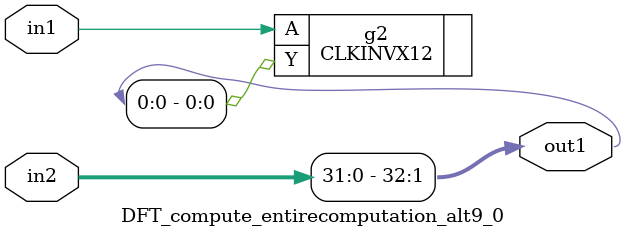
<source format=v>
`timescale 1ps / 1ps


module DFT_compute_entirecomputation_alt9_0(in1, in2, out1);
  input in1;
  input [31:0] in2;
  output [32:0] out1;
  wire in1;
  wire [31:0] in2;
  wire [32:0] out1;
  assign out1[1] = in2[0];
  assign out1[2] = in2[1];
  assign out1[3] = in2[2];
  assign out1[4] = in2[3];
  assign out1[5] = in2[4];
  assign out1[6] = in2[5];
  assign out1[7] = in2[6];
  assign out1[8] = in2[7];
  assign out1[9] = in2[8];
  assign out1[10] = in2[9];
  assign out1[11] = in2[10];
  assign out1[12] = in2[11];
  assign out1[13] = in2[12];
  assign out1[14] = in2[13];
  assign out1[15] = in2[14];
  assign out1[16] = in2[15];
  assign out1[17] = in2[16];
  assign out1[18] = in2[17];
  assign out1[19] = in2[18];
  assign out1[20] = in2[19];
  assign out1[21] = in2[20];
  assign out1[22] = in2[21];
  assign out1[23] = in2[22];
  assign out1[24] = in2[23];
  assign out1[25] = in2[24];
  assign out1[26] = in2[25];
  assign out1[27] = in2[26];
  assign out1[28] = in2[27];
  assign out1[29] = in2[28];
  assign out1[30] = in2[29];
  assign out1[31] = in2[30];
  assign out1[32] = in2[31];
  CLKINVX12 g2(.A (in1), .Y (out1[0]));
endmodule



</source>
